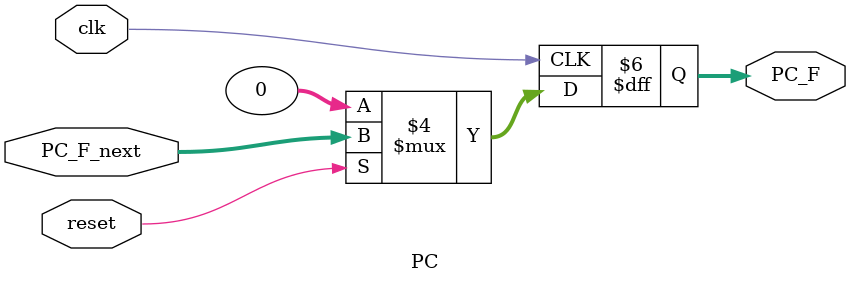
<source format=v>
`timescale 1ns / 1ps
module PC(clk,reset,PC_F_next,PC_F);
    input clk;
    input reset;
    input [31:0]PC_F_next;
    output reg [31:0]PC_F;
    always @(posedge clk)begin
        if(reset==0) begin PC_F<=32'b0; end
        else begin PC_F<=PC_F_next; end
    end
endmodule

</source>
